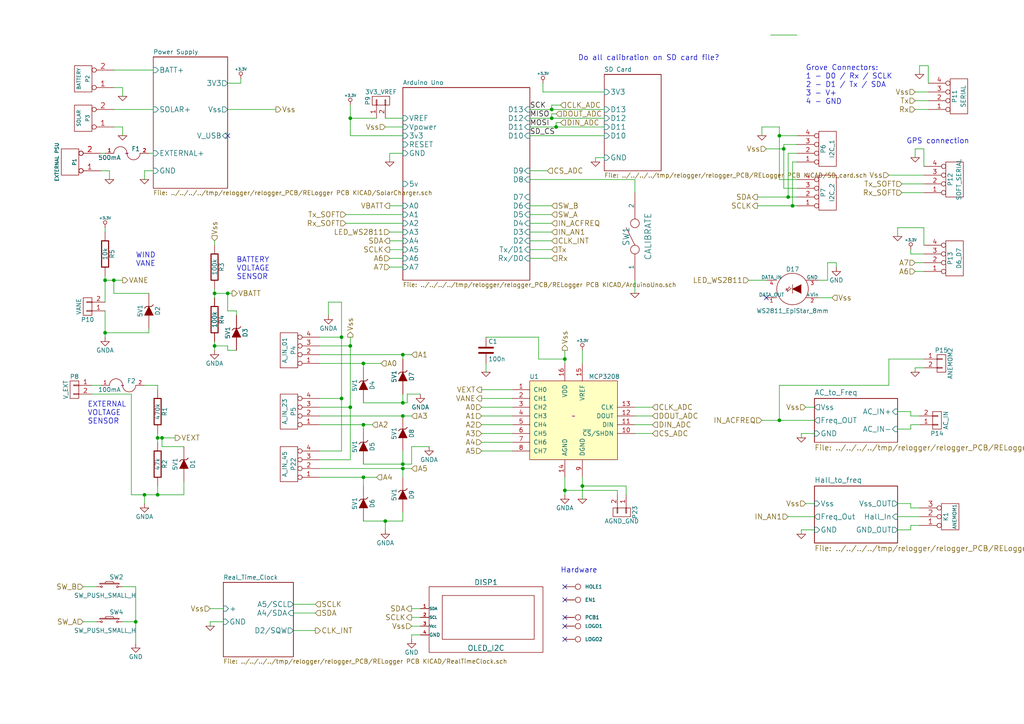
<source format=kicad_sch>
(kicad_sch (version 20230121) (generator eeschema)
  (paper "A4")
  (title_block (title "RE-Logger v1") (date "2016-08-14") (rev "3") (company "Renewable Energy Innovation") (comment 1 "by Matt Little"))
  (junction (at 99.06 115.57))
  (junction (at 226.06 39.37))
  (junction (at 39.37 180.34))
  (junction (at 45.72 143.51))
  (junction (at 45.72 127))
  (junction (at 228.6 57.15))
  (junction (at 116.84 135.89))
  (junction (at 160.02 31.75))
  (junction (at 226.06 121.92))
  (junction (at 41.91 143.51))
  (junction (at 111.76 151.13))
  (junction (at 229.87 59.69))
  (junction (at 46.99 127))
  (junction (at 160.02 34.29))
  (junction (at 30.48 96.52))
  (junction (at 163.83 142.24))
  (junction (at 33.02 81.28))
  (junction (at 227.33 43.18))
  (junction (at 161.29 36.83))
  (junction (at 101.6 118.11))
  (junction (at 105.41 105.41))
  (junction (at 163.83 104.14))
  (junction (at 66.04 85.09))
  (junction (at 105.41 138.43))
  (junction (at 101.6 34.29))
  (junction (at 116.84 102.87))
  (junction (at 105.41 123.19))
  (junction (at 116.84 120.65))
  (junction (at 99.06 97.79))
  (junction (at 30.48 81.28))
  (junction (at 116.84 134.62))
  (junction (at 168.91 140.97))
  (junction (at 62.23 85.09))
  (junction (at 116.84 116.84))
  (junction (at 101.6 100.33))
  (junction (at 62.23 100.33))
  (no_connect (at 163.83 170.18))
  (no_connect (at 163.83 173.99))
  (no_connect (at 163.83 179.07))
  (no_connect (at 222.25 86.36))
  (no_connect (at 163.83 185.42))
  (no_connect (at 163.83 181.61))
  (no_connect (at 66.04 39.37))
  (wire (pts (xy 172.72 45.72) (xy 172.72 46.99)))
  (wire (pts (xy 229.87 46.99) (xy 229.87 59.69)))
  (wire (pts (xy 226.06 121.92) (xy 236.22 121.92)))
  (wire (pts (xy 228.6 149.86) (xy 236.22 149.86)))
  (wire (pts (xy 168.91 138.43) (xy 168.91 140.97)))
  (wire (pts (xy 220.98 121.92) (xy 226.06 121.92)))
  (wire (pts (xy 153.67 36.83) (xy 161.29 36.83)))
  (wire (pts (xy 119.38 179.07) (xy 121.92 179.07)))
  (wire (pts (xy 160.02 59.69) (xy 153.67 59.69)))
  (wire (pts (xy 101.6 34.29) (xy 101.6 39.37)))
  (wire (pts (xy 92.71 102.87) (xy 116.84 102.87)))
  (wire (pts (xy 41.91 146.05) (xy 41.91 143.51)))
  (wire (pts (xy 66.04 85.09) (xy 62.23 85.09)))
  (wire (pts (xy 181.61 140.97) (xy 181.61 143.51)))
  (wire (pts (xy 116.84 104.14) (xy 116.84 102.87)))
  (wire (pts (xy 157.48 26.67) (xy 157.48 24.13)))
  (wire (pts (xy 43.18 96.52) (xy 43.18 95.25)))
  (wire (pts (xy 236.22 118.11) (xy 233.68 118.11)))
  (wire (pts (xy 226.06 52.07) (xy 231.14 52.07)))
  (wire (pts (xy 162.56 35.56) (xy 161.29 35.56)))
  (wire (pts (xy 45.72 111.76) (xy 45.72 113.03)))
  (wire (pts (xy 62.23 100.33) (xy 66.04 100.33)))
  (wire (pts (xy 29.21 49.53) (xy 31.75 49.53)))
  (wire (pts (xy 237.49 86.36) (xy 241.3 86.36)))
  (wire (pts (xy 265.43 26.67) (xy 269.24 26.67)))
  (wire (pts (xy 257.81 104.14) (xy 267.97 104.14)))
  (wire (pts (xy 30.48 96.52) (xy 43.18 96.52)))
  (wire (pts (xy 60.96 180.34) (xy 60.96 181.61)))
  (wire (pts (xy 261.62 55.88) (xy 267.97 55.88)))
  (wire (pts (xy 35.56 170.18) (xy 39.37 170.18)))
  (wire (pts (xy 265.43 76.2) (xy 267.97 76.2)))
  (wire (pts (xy 264.16 120.65) (xy 266.7 120.65)))
  (wire (pts (xy 175.26 45.72) (xy 172.72 45.72)))
  (wire (pts (xy 101.6 97.79) (xy 101.6 100.33)))
  (wire (pts (xy 161.29 33.02) (xy 160.02 33.02)))
  (wire (pts (xy 220.98 36.83) (xy 226.06 36.83)))
  (wire (pts (xy 38.1 114.3) (xy 38.1 143.51)))
  (wire (pts (xy 33.02 25.4) (xy 35.56 25.4)))
  (wire (pts (xy 116.84 134.62) (xy 119.38 134.62)))
  (wire (pts (xy 109.22 34.29) (xy 101.6 34.29)))
  (wire (pts (xy 39.37 170.18) (xy 39.37 180.34)))
  (wire (pts (xy 121.92 114.3) (xy 118.11 114.3)))
  (wire (pts (xy 232.41 125.73) (xy 232.41 127)))
  (wire (pts (xy 33.02 81.28) (xy 33.02 85.09)))
  (wire (pts (xy 121.92 184.15) (xy 119.38 184.15)))
  (wire (pts (xy 66.04 24.13) (xy 69.85 24.13)))
  (wire (pts (xy 140.97 105.41) (xy 140.97 107.95)))
  (wire (pts (xy 46.99 129.54) (xy 53.34 129.54)))
  (wire (pts (xy 124.46 129.54) (xy 119.38 129.54)))
  (wire (pts (xy 101.6 100.33) (xy 101.6 118.11)))
  (wire (pts (xy 160.02 64.77) (xy 153.67 64.77)))
  (wire (pts (xy 219.71 57.15) (xy 228.6 57.15)))
  (wire (pts (xy 92.71 100.33) (xy 101.6 100.33)))
  (wire (pts (xy 41.91 49.53) (xy 41.91 52.07)))
  (wire (pts (xy 113.03 77.47) (xy 116.84 77.47)))
  (wire (pts (xy 156.21 104.14) (xy 163.83 104.14)))
  (wire (pts (xy 240.03 76.2) (xy 242.57 76.2)))
  (wire (pts (xy 217.17 81.28) (xy 222.25 81.28)))
  (wire (pts (xy 264.16 73.66) (xy 267.97 73.66)))
  (wire (pts (xy 113.03 67.31) (xy 116.84 67.31)))
  (wire (pts (xy 92.71 138.43) (xy 105.41 138.43)))
  (wire (pts (xy 105.41 116.84) (xy 116.84 116.84)))
  (wire (pts (xy 33.02 20.32) (xy 44.45 20.32)))
  (wire (pts (xy 264.16 152.4) (xy 266.7 152.4)))
  (wire (pts (xy 139.7 113.03) (xy 148.59 113.03)))
  (wire (pts (xy 184.15 118.11) (xy 189.23 118.11)))
  (wire (pts (xy 105.41 105.41) (xy 110.49 105.41)))
  (wire (pts (xy 119.38 176.53) (xy 121.92 176.53)))
  (wire (pts (xy 265.43 106.68) (xy 265.43 107.95)))
  (wire (pts (xy 153.67 49.53) (xy 158.75 49.53)))
  (wire (pts (xy 160.02 30.48) (xy 160.02 31.75)))
  (wire (pts (xy 62.23 85.09) (xy 62.23 86.36)))
  (wire (pts (xy 266.7 149.86) (xy 260.35 149.86)))
  (wire (pts (xy 163.83 104.14) (xy 163.83 101.6)))
  (wire (pts (xy 153.67 72.39) (xy 160.02 72.39)))
  (wire (pts (xy 184.15 125.73) (xy 189.23 125.73)))
  (wire (pts (xy 24.13 170.18) (xy 27.94 170.18)))
  (wire (pts (xy 53.34 143.51) (xy 53.34 139.7)))
  (wire (pts (xy 44.45 49.53) (xy 41.91 49.53)))
  (wire (pts (xy 31.75 49.53) (xy 31.75 52.07)))
  (wire (pts (xy 139.7 118.11) (xy 148.59 118.11)))
  (wire (pts (xy 66.04 85.09) (xy 66.04 90.17)))
  (wire (pts (xy 265.43 31.75) (xy 269.24 31.75)))
  (wire (pts (xy 26.67 114.3) (xy 38.1 114.3)))
  (wire (pts (xy 116.84 116.84) (xy 116.84 114.3)))
  (wire (pts (xy 113.03 72.39) (xy 116.84 72.39)))
  (wire (pts (xy 35.56 81.28) (xy 33.02 81.28)))
  (wire (pts (xy 153.67 31.75) (xy 160.02 31.75)))
  (wire (pts (xy 229.87 59.69) (xy 231.14 59.69)))
  (wire (pts (xy 227.33 43.18) (xy 227.33 54.61)))
  (wire (pts (xy 139.7 120.65) (xy 148.59 120.65)))
  (wire (pts (xy 67.31 85.09) (xy 66.04 85.09)))
  (wire (pts (xy 45.72 125.73) (xy 45.72 127)))
  (wire (pts (xy 105.41 106.68) (xy 105.41 105.41)))
  (wire (pts (xy 105.41 123.19) (xy 107.95 123.19)))
  (wire (pts (xy 95.25 91.44) (xy 95.25 87.63)))
  (wire (pts (xy 101.6 118.11) (xy 101.6 133.35)))
  (wire (pts (xy 113.03 74.93) (xy 116.84 74.93)))
  (wire (pts (xy 266.7 19.05) (xy 269.24 19.05)))
  (wire (pts (xy 222.25 43.18) (xy 227.33 43.18)))
  (wire (pts (xy 30.48 66.04) (xy 30.48 67.31)))
  (wire (pts (xy 118.11 114.3) (xy 118.11 116.84)))
  (wire (pts (xy 105.41 124.46) (xy 105.41 123.19)))
  (wire (pts (xy 66.04 90.17) (xy 68.58 90.17)))
  (wire (pts (xy 92.71 115.57) (xy 99.06 115.57)))
  (wire (pts (xy 161.29 35.56) (xy 161.29 36.83)))
  (wire (pts (xy 240.03 81.28) (xy 240.03 76.2)))
  (wire (pts (xy 139.7 130.81) (xy 148.59 130.81)))
  (wire (pts (xy 113.03 59.69) (xy 116.84 59.69)))
  (wire (pts (xy 35.56 36.83) (xy 35.56 39.37)))
  (wire (pts (xy 139.7 115.57) (xy 148.59 115.57)))
  (wire (pts (xy 111.76 153.67) (xy 111.76 151.13)))
  (wire (pts (xy 265.43 45.72) (xy 265.43 43.18)))
  (wire (pts (xy 264.16 119.38) (xy 264.16 120.65)))
  (wire (pts (xy 264.16 146.05) (xy 264.16 147.32)))
  (wire (pts (xy 269.24 19.05) (xy 269.24 24.13)))
  (wire (pts (xy 168.91 140.97) (xy 181.61 140.97)))
  (wire (pts (xy 68.58 90.17) (xy 68.58 91.44)))
  (wire (pts (xy 228.6 44.45) (xy 228.6 57.15)))
  (wire (pts (xy 232.41 153.67) (xy 232.41 154.94)))
  (wire (pts (xy 231.14 39.37) (xy 226.06 39.37)))
  (wire (pts (xy 50.8 127) (xy 46.99 127)))
  (wire (pts (xy 43.18 44.45) (xy 44.45 44.45)))
  (wire (pts (xy 260.35 66.04) (xy 267.97 66.04)))
  (wire (pts (xy 267.97 43.18) (xy 267.97 48.26)))
  (wire (pts (xy 113.03 69.85) (xy 116.84 69.85)))
  (wire (pts (xy 223.52 10.16) (xy 231.14 10.16)))
  (wire (pts (xy 38.1 143.51) (xy 41.91 143.51)))
  (wire (pts (xy 226.06 111.76) (xy 257.81 111.76)))
  (wire (pts (xy 228.6 57.15) (xy 231.14 57.15)))
  (wire (pts (xy 257.81 111.76) (xy 257.81 104.14)))
  (wire (pts (xy 33.02 85.09) (xy 43.18 85.09)))
  (wire (pts (xy 161.29 36.83) (xy 175.26 36.83)))
  (wire (pts (xy 184.15 123.19) (xy 189.23 123.19)))
  (wire (pts (xy 156.21 97.79) (xy 156.21 104.14)))
  (wire (pts (xy 99.06 130.81) (xy 92.71 130.81)))
  (wire (pts (xy 30.48 90.17) (xy 30.48 96.52)))
  (wire (pts (xy 35.56 25.4) (xy 35.56 27.94)))
  (wire (pts (xy 236.22 153.67) (xy 232.41 153.67)))
  (wire (pts (xy 157.48 26.67) (xy 175.26 26.67)))
  (wire (pts (xy 24.13 180.34) (xy 27.94 180.34)))
  (wire (pts (xy 30.48 80.01) (xy 30.48 81.28)))
  (wire (pts (xy 153.67 34.29) (xy 160.02 34.29)))
  (wire (pts (xy 226.06 39.37) (xy 226.06 52.07)))
  (wire (pts (xy 267.97 106.68) (xy 265.43 106.68)))
  (wire (pts (xy 265.43 78.74) (xy 267.97 78.74)))
  (wire (pts (xy 267.97 66.04) (xy 267.97 71.12)))
  (wire (pts (xy 227.33 41.91) (xy 227.33 43.18)))
  (wire (pts (xy 113.03 44.45) (xy 113.03 46.99)))
  (wire (pts (xy 168.91 105.41) (xy 168.91 101.6)))
  (wire (pts (xy 116.84 151.13) (xy 116.84 148.59)))
  (wire (pts (xy 41.91 143.51) (xy 45.72 143.51)))
  (wire (pts (xy 91.44 177.8) (xy 85.09 177.8)))
  (wire (pts (xy 233.68 146.05) (xy 236.22 146.05)))
  (wire (pts (xy 219.71 59.69) (xy 229.87 59.69)))
  (wire (pts (xy 92.71 118.11) (xy 101.6 118.11)))
  (wire (pts (xy 116.84 116.84) (xy 118.11 116.84)))
  (wire (pts (xy 101.6 30.48) (xy 101.6 34.29)))
  (wire (pts (xy 66.04 101.6) (xy 68.58 101.6)))
  (wire (pts (xy 153.67 74.93) (xy 160.02 74.93)))
  (wire (pts (xy 153.67 67.31) (xy 160.02 67.31)))
  (wire (pts (xy 264.16 72.39) (xy 264.16 73.66)))
  (wire (pts (xy 33.02 31.75) (xy 44.45 31.75)))
  (wire (pts (xy 265.43 43.18) (xy 267.97 43.18)))
  (wire (pts (xy 179.07 142.24) (xy 163.83 142.24)))
  (wire (pts (xy 260.35 146.05) (xy 264.16 146.05)))
  (wire (pts (xy 231.14 44.45) (xy 228.6 44.45)))
  (wire (pts (xy 266.7 21.59) (xy 266.7 19.05)))
  (wire (pts (xy 264.16 147.32) (xy 266.7 147.32)))
  (wire (pts (xy 26.67 111.76) (xy 29.21 111.76)))
  (wire (pts (xy 66.04 100.33) (xy 66.04 101.6)))
  (wire (pts (xy 179.07 143.51) (xy 179.07 142.24)))
  (wire (pts (xy 45.72 127) (xy 45.72 128.27)))
  (wire (pts (xy 220.98 39.37) (xy 220.98 36.83)))
  (wire (pts (xy 33.02 36.83) (xy 35.56 36.83)))
  (wire (pts (xy 237.49 81.28) (xy 240.03 81.28)))
  (wire (pts (xy 160.02 31.75) (xy 175.26 31.75)))
  (wire (pts (xy 85.09 175.26) (xy 91.44 175.26)))
  (wire (pts (xy 30.48 96.52) (xy 30.48 97.79)))
  (wire (pts (xy 64.77 176.53) (xy 60.96 176.53)))
  (wire (pts (xy 264.16 123.19) (xy 264.16 124.46)))
  (wire (pts (xy 92.71 123.19) (xy 105.41 123.19)))
  (wire (pts (xy 105.41 151.13) (xy 111.76 151.13)))
  (wire (pts (xy 99.06 97.79) (xy 99.06 115.57)))
  (wire (pts (xy 100.33 62.23) (xy 116.84 62.23)))
  (wire (pts (xy 162.56 30.48) (xy 160.02 30.48)))
  (wire (pts (xy 39.37 180.34) (xy 39.37 186.69)))
  (wire (pts (xy 160.02 34.29) (xy 175.26 34.29)))
  (wire (pts (xy 92.71 105.41) (xy 105.41 105.41)))
  (wire (pts (xy 101.6 133.35) (xy 92.71 133.35)))
  (wire (pts (xy 140.97 97.79) (xy 156.21 97.79)))
  (wire (pts (xy 92.71 135.89) (xy 116.84 135.89)))
  (wire (pts (xy 261.62 53.34) (xy 267.97 53.34)))
  (wire (pts (xy 100.33 64.77) (xy 116.84 64.77)))
  (wire (pts (xy 116.84 44.45) (xy 113.03 44.45)))
  (wire (pts (xy 231.14 41.91) (xy 227.33 41.91)))
  (wire (pts (xy 66.04 31.75) (xy 80.01 31.75)))
  (wire (pts (xy 153.67 39.37) (xy 175.26 39.37)))
  (wire (pts (xy 139.7 123.19) (xy 148.59 123.19)))
  (wire (pts (xy 260.35 68.58) (xy 260.35 66.04)))
  (wire (pts (xy 45.72 143.51) (xy 53.34 143.51)))
  (wire (pts (xy 260.35 119.38) (xy 264.16 119.38)))
  (wire (pts (xy 236.22 125.73) (xy 232.41 125.73)))
  (wire (pts (xy 153.67 52.07) (xy 184.15 52.07)))
  (wire (pts (xy 116.84 138.43) (xy 116.84 135.89)))
  (wire (pts (xy 153.67 62.23) (xy 160.02 62.23)))
  (wire (pts (xy 116.84 134.62) (xy 116.84 130.81)))
  (wire (pts (xy 99.06 87.63) (xy 99.06 97.79)))
  (wire (pts (xy 99.06 115.57) (xy 99.06 130.81)))
  (wire (pts (xy 163.83 142.24) (xy 163.83 143.51)))
  (wire (pts (xy 105.41 140.97) (xy 105.41 138.43)))
  (wire (pts (xy 119.38 181.61) (xy 121.92 181.61)))
  (wire (pts (xy 92.71 97.79) (xy 99.06 97.79)))
  (wire (pts (xy 139.7 125.73) (xy 148.59 125.73)))
  (wire (pts (xy 163.83 138.43) (xy 163.83 142.24)))
  (wire (pts (xy 184.15 85.09) (xy 184.15 81.28)))
  (wire (pts (xy 226.06 36.83) (xy 226.06 39.37)))
  (wire (pts (xy 184.15 52.07) (xy 184.15 55.88)))
  (wire (pts (xy 85.09 182.88) (xy 91.44 182.88)))
  (wire (pts (xy 242.57 76.2) (xy 242.57 77.47)))
  (wire (pts (xy 62.23 100.33) (xy 62.23 99.06)))
  (wire (pts (xy 116.84 120.65) (xy 119.38 120.65)))
  (wire (pts (xy 139.7 128.27) (xy 148.59 128.27)))
  (wire (pts (xy 62.23 69.85) (xy 62.23 71.12)))
  (wire (pts (xy 29.21 44.45) (xy 30.48 44.45)))
  (wire (pts (xy 231.14 46.99) (xy 229.87 46.99)))
  (wire (pts (xy 265.43 29.21) (xy 269.24 29.21)))
  (wire (pts (xy 264.16 153.67) (xy 264.16 152.4)))
  (wire (pts (xy 95.25 87.63) (xy 99.06 87.63)))
  (wire (pts (xy 119.38 129.54) (xy 119.38 134.62)))
  (wire (pts (xy 111.76 151.13) (xy 116.84 151.13)))
  (wire (pts (xy 45.72 143.51) (xy 45.72 140.97)))
  (wire (pts (xy 226.06 121.92) (xy 226.06 111.76)))
  (wire (pts (xy 30.48 81.28) (xy 30.48 87.63)))
  (wire (pts (xy 105.41 134.62) (xy 116.84 134.62)))
  (wire (pts (xy 105.41 138.43) (xy 109.22 138.43)))
  (wire (pts (xy 33.02 81.28) (xy 30.48 81.28)))
  (wire (pts (xy 46.99 127) (xy 45.72 127)))
  (wire (pts (xy 46.99 127) (xy 46.99 129.54)))
  (wire (pts (xy 35.56 180.34) (xy 39.37 180.34)))
  (wire (pts (xy 160.02 33.02) (xy 160.02 34.29)))
  (wire (pts (xy 227.33 54.61) (xy 231.14 54.61)))
  (wire (pts (xy 41.91 111.76) (xy 45.72 111.76)))
  (wire (pts (xy 111.76 34.29) (xy 116.84 34.29)))
  (wire (pts (xy 101.6 39.37) (xy 116.84 39.37)))
  (wire (pts (xy 163.83 105.41) (xy 163.83 104.14)))
  (wire (pts (xy 119.38 184.15) (xy 119.38 185.42)))
  (wire (pts (xy 257.81 50.8) (xy 267.97 50.8)))
  (wire (pts (xy 64.77 180.34) (xy 60.96 180.34)))
  (wire (pts (xy 92.71 120.65) (xy 116.84 120.65)))
  (wire (pts (xy 62.23 101.6) (xy 62.23 100.33)))
  (wire (pts (xy 260.35 153.67) (xy 264.16 153.67)))
  (wire (pts (xy 153.67 69.85) (xy 160.02 69.85)))
  (wire (pts (xy 69.85 24.13) (xy 69.85 22.86)))
  (wire (pts (xy 184.15 120.65) (xy 189.23 120.65)))
  (wire (pts (xy 168.91 140.97) (xy 168.91 144.78)))
  (wire (pts (xy 116.84 102.87) (xy 119.38 102.87)))
  (wire (pts (xy 264.16 123.19) (xy 266.7 123.19)))
  (wire (pts (xy 264.16 124.46) (xy 260.35 124.46)))
  (wire (pts (xy 111.76 36.83) (xy 116.84 36.83)))
  (wire (pts (xy 116.84 135.89) (xy 119.38 135.89)))
  (wire (pts (xy 62.23 83.82) (xy 62.23 85.09)))
  (text "Grove Connectors:\n1 - D0 / Rx / SCLK \n2 - D1 / Tx / SDA \n3 - V+\n4 - GND" (at 233.68 30.48 0) (effects (font (size 1.524 1.524)) (justify left bottom)))
  (text "Hardware" (at 162.56 166.37 0) (effects (font (size 1.524 1.524)) (justify left bottom)))
  (text "BATTERY\nVOLTAGE\nSENSOR" (at 68.58 81.28 0) (effects (font (size 1.524 1.524)) (justify left bottom)))
  (text "WIND\nVANE" (at 39.37 77.47 0) (effects (font (size 1.524 1.524)) (justify left bottom)))
  (text "EXTERNAL\nVOLTAGE\nSENSOR" (at 25.4 123.19 0) (effects (font (size 1.524 1.524)) (justify left bottom)))
  (text "Do all calibration on SD card file?" (at 167.64 17.78 0) (effects (font (size 1.524 1.524)) (justify left bottom)))
  (text "GPS connection" (at 262.89 41.91 0) (effects (font (size 1.524 1.524)) (justify left bottom)))
  (label "MOSI" (at 153.67 36.83 0) (effects (font (size 1.524 1.524))))
  (label "MISO" (at 153.67 34.29 0) (effects (font (size 1.524 1.524))))
  (label "SD_CS" (at 153.67 39.37 0) (effects (font (size 1.524 1.524))))
  (label "SCK" (at 153.67 31.75 0) (effects (font (size 1.524 1.524))))
  (hierarchical_label "VBATT" (shape output) (at 113.03 59.69 180) (effects (font (size 1.524 1.524))))
  (hierarchical_label "A1" (shape input) (at 139.7 120.65 180) (effects (font (size 1.524 1.524))))
  (hierarchical_label "VANE" (shape output) (at 35.56 81.28 0) (effects (font (size 1.524 1.524))))
  (hierarchical_label "VEXT" (shape output) (at 139.7 113.03 180) (effects (font (size 1.524 1.524))))
  (hierarchical_label "Rx" (shape input) (at 265.43 31.75 180) (effects (font (size 1.524 1.524))))
  (hierarchical_label "Vss" (shape output) (at 80.01 31.75 0) (effects (font (size 1.524 1.524))))
  (hierarchical_label "SW_B" (shape input) (at 160.02 59.69 0) (effects (font (size 1.524 1.524))))
  (hierarchical_label "SDA" (shape output) (at 119.38 176.53 180) (effects (font (size 1.524 1.524))))
  (hierarchical_label "Vss" (shape input) (at 233.68 146.05 180) (effects (font (size 1.524 1.524))))
  (hierarchical_label "DOUT_ADC" (shape input) (at 161.29 33.02 0) (effects (font (size 1.524 1.524))))
  (hierarchical_label "Rx_SOFT" (shape input) (at 261.62 55.88 180) (effects (font (size 1.524 1.524))))
  (hierarchical_label "IN_ACFREQ" (shape input) (at 220.98 121.92 180) (effects (font (size 1.524 1.524))))
  (hierarchical_label "IN_AN1" (shape input) (at 228.6 149.86 180) (effects (font (size 1.524 1.524))))
  (hierarchical_label "SDA" (shape input) (at 91.44 177.8 0) (effects (font (size 1.524 1.524))))
  (hierarchical_label "IN_AN1" (shape input) (at 160.02 67.31 0) (effects (font (size 1.524 1.524))))
  (hierarchical_label "SCLK" (shape output) (at 219.71 59.69 180) (effects (font (size 1.524 1.524))))
  (hierarchical_label "CS_ADC" (shape input) (at 189.23 125.73 0) (effects (font (size 1.524 1.524))))
  (hierarchical_label "Vss" (shape output) (at 101.6 97.79 90) (effects (font (size 1.524 1.524))))
  (hierarchical_label "SCLK" (shape input) (at 91.44 175.26 0) (effects (font (size 1.524 1.524))))
  (hierarchical_label "A0" (shape input) (at 139.7 118.11 180) (effects (font (size 1.524 1.524))))
  (hierarchical_label "A3" (shape input) (at 119.38 120.65 0) (effects (font (size 1.524 1.524))))
  (hierarchical_label "DIN_ADC" (shape input) (at 189.23 123.19 0) (effects (font (size 1.524 1.524))))
  (hierarchical_label "Vss" (shape input) (at 257.81 50.8 180) (effects (font (size 1.524 1.524))))
  (hierarchical_label "VEXT" (shape output) (at 50.8 127 0) (effects (font (size 1.524 1.524))))
  (hierarchical_label "Vss" (shape input) (at 111.76 36.83 180) (effects (font (size 1.524 1.524))))
  (hierarchical_label "A2" (shape input) (at 107.95 123.19 0) (effects (font (size 1.524 1.524))))
  (hierarchical_label "LED_WS2811" (shape input) (at 217.17 81.28 180) (effects (font (size 1.524 1.524))))
  (hierarchical_label "SW_B" (shape input) (at 24.13 170.18 180) (effects (font (size 1.524 1.524))))
  (hierarchical_label "A7" (shape input) (at 265.43 76.2 180) (effects (font (size 1.524 1.524))))
  (hierarchical_label "Vss" (shape input) (at 119.38 181.61 180) (effects (font (size 1.524 1.524))))
  (hierarchical_label "Tx" (shape input) (at 160.02 72.39 0) (effects (font (size 1.524 1.524))))
  (hierarchical_label "IN_ACFREQ" (shape input) (at 160.02 64.77 0) (effects (font (size 1.524 1.524))))
  (hierarchical_label "A2" (shape input) (at 139.7 123.19 180) (effects (font (size 1.524 1.524))))
  (hierarchical_label "Vss" (shape input) (at 60.96 176.53 180) (effects (font (size 1.524 1.524))))
  (hierarchical_label "Vss" (shape input) (at 233.68 118.11 180) (effects (font (size 1.524 1.524))))
  (hierarchical_label "SCLK" (shape output) (at 119.38 179.07 180) (effects (font (size 1.524 1.524))))
  (hierarchical_label "Vss" (shape input) (at 265.43 26.67 180) (effects (font (size 1.524 1.524))))
  (hierarchical_label "A4" (shape input) (at 109.22 138.43 0) (effects (font (size 1.524 1.524))))
  (hierarchical_label "Rx" (shape input) (at 160.02 74.93 0) (effects (font (size 1.524 1.524))))
  (hierarchical_label "Vss" (shape input) (at 222.25 43.18 180) (effects (font (size 1.524 1.524))))
  (hierarchical_label "Tx_SOFT" (shape input) (at 100.33 62.23 180) (effects (font (size 1.524 1.524))))
  (hierarchical_label "SDA" (shape output) (at 219.71 57.15 180) (effects (font (size 1.524 1.524))))
  (hierarchical_label "VANE" (shape output) (at 139.7 115.57 180) (effects (font (size 1.524 1.524))))
  (hierarchical_label "Rx_SOFT" (shape input) (at 100.33 64.77 180) (effects (font (size 1.524 1.524))))
  (hierarchical_label "DOUT_ADC" (shape input) (at 189.23 120.65 0) (effects (font (size 1.524 1.524))))
  (hierarchical_label "SW_A" (shape input) (at 160.02 62.23 0) (effects (font (size 1.524 1.524))))
  (hierarchical_label "A6" (shape input) (at 113.03 74.93 180) (effects (font (size 1.524 1.524))))
  (hierarchical_label "CLK_ADC" (shape input) (at 162.56 30.48 0) (effects (font (size 1.524 1.524))))
  (hierarchical_label "DIN_ADC" (shape input) (at 162.56 35.56 0) (effects (font (size 1.524 1.524))))
  (hierarchical_label "SW_A" (shape input) (at 24.13 180.34 180) (effects (font (size 1.524 1.524))))
  (hierarchical_label "A4" (shape input) (at 139.7 128.27 180) (effects (font (size 1.524 1.524))))
  (hierarchical_label "A7" (shape input) (at 113.03 77.47 180) (effects (font (size 1.524 1.524))))
  (hierarchical_label "CS_ADC" (shape input) (at 158.75 49.53 0) (effects (font (size 1.524 1.524))))
  (hierarchical_label "CLK_INT" (shape output) (at 91.44 182.88 0) (effects (font (size 1.524 1.524))))
  (hierarchical_label "Vss" (shape input) (at 241.3 86.36 0) (effects (font (size 1.524 1.524))))
  (hierarchical_label "A1" (shape input) (at 119.38 102.87 0) (effects (font (size 1.524 1.524))))
  (hierarchical_label "A3" (shape input) (at 139.7 125.73 180) (effects (font (size 1.524 1.524))))
  (hierarchical_label "SDA" (shape output) (at 113.03 69.85 180) (effects (font (size 1.524 1.524))))
  (hierarchical_label "A5" (shape input) (at 119.38 135.89 0) (effects (font (size 1.524 1.524))))
  (hierarchical_label "A6" (shape input) (at 265.43 78.74 180) (effects (font (size 1.524 1.524))))
  (hierarchical_label "CLK_ADC" (shape input) (at 189.23 118.11 0) (effects (font (size 1.524 1.524))))
  (hierarchical_label "CLK_INT" (shape input) (at 160.02 69.85 0) (effects (font (size 1.524 1.524))))
  (hierarchical_label "Vss" (shape input) (at 62.23 69.85 90) (effects (font (size 1.524 1.524))))
  (hierarchical_label "Tx_SOFT" (shape input) (at 261.62 53.34 180) (effects (font (size 1.524 1.524))))
  (hierarchical_label "SCLK" (shape output) (at 113.03 72.39 180) (effects (font (size 1.524 1.524))))
  (hierarchical_label "LED_WS2811" (shape input) (at 113.03 67.31 180) (effects (font (size 1.524 1.524))))
  (hierarchical_label "VBATT" (shape output) (at 67.31 85.09 0) (effects (font (size 1.524 1.524))))
  (hierarchical_label "Tx" (shape input) (at 265.43 29.21 180) (effects (font (size 1.524 1.524))))
  (hierarchical_label "A5" (shape input) (at 139.7 130.81 180) (effects (font (size 1.524 1.524))))
  (hierarchical_label "Vss" (shape output) (at 163.83 101.6 90) (effects (font (size 1.524 1.524))))
  (hierarchical_label "A0" (shape input) (at 110.49 105.41 0) (effects (font (size 1.524 1.524))))
  (symbol (lib_id "RELogger_PCB_v1-rescue:CONN_1") (at 167.64 170.18 0) (unit 1)
    (property "Reference" "HOLE1" (at 169.672 170.18 0) (effects (font (size 1.016 1.016)) (justify left)))
    (property "Value" "CONN_1" (effects hide))
    (property "Footprint" "REInnovationFootprint:3mm_hole_relogger" (effects hide))
  )
  (symbol (lib_id "RELogger_PCB_v1-rescue:R-RESCUE-RELogger_PCB_v1") (at 45.72 119.38 0) (unit 1)
    (property "Reference" "R1" (at 47.752 119.38 90))
    (property "Value" "470k" (at 45.72 119.38 90))
    (property "Footprint" "REInnovationFootprint:TH_Resistor_1" (effects hide))
  )
  (symbol (lib_id "RELogger_PCB_v1-rescue:R-RESCUE-RELogger_PCB_v1") (at 45.72 134.62 0) (unit 1)
    (property "Reference" "R2" (at 47.752 134.62 90))
    (property "Value" "47k" (at 45.72 134.62 90))
    (property "Footprint" "REInnovationFootprint:TH_Resistor_1" (effects hide))
  )
  (symbol (lib_id "RELogger_PCB_v1-rescue:SPST") (at 184.15 68.58 90) (unit 1)
    (property "Reference" "SW1" (at 181.61 68.58 0) (effects (font (size 1.778 1.778))))
    (property "Value" "CALIBRATE" (at 187.96 68.58 0) (effects (font (size 1.778 1.778))))
    (property "Footprint" "REInnovationFootprint:SIL-2_large_hole" (effects hide))
  )
  (symbol (lib_id "RELogger_PCB_v1-rescue:GND-RESCUE-RELogger_PCB_v1") (at 184.15 85.09 0) (unit 1)
    (property "Reference" "#PWR01" (effects hide))
    (property "Value" "GND" (effects hide))
  )
  (symbol (lib_id "RELogger_PCB_v1-rescue:CONN_2-RESCUE-WindLoggerv3_PCB") (at 24.13 34.29 180) (unit 1)
    (property "Reference" "P3" (at 25.4 34.29 90) (effects (font (size 1.016 1.016))))
    (property "Value" "SOLAR" (at 22.86 34.29 90) (effects (font (size 1.016 1.016))))
    (property "Footprint" "REInnovationFootprint:SIL_2_screw_+_JST_2mm" (effects hide))
  )
  (symbol (lib_id "RELogger_PCB_v1-rescue:CONN_2-RESCUE-WindLoggerv3_PCB") (at 24.13 22.86 180) (unit 1)
    (property "Reference" "P2" (at 25.4 22.86 90) (effects (font (size 1.016 1.016))))
    (property "Value" "BATTERY" (at 22.86 22.86 90) (effects (font (size 1.016 1.016))))
    (property "Footprint" "REInnovationFootprint:SIL_2_screw_+_JST_2mm" (effects hide))
  )
  (symbol (lib_id "RELogger_PCB_v1-rescue:GND-RESCUE-RELogger_PCB_v1") (at 35.56 39.37 0) (unit 1)
    (property "Reference" "#PWR02" (effects hide))
    (property "Value" "GND" (effects hide))
  )
  (symbol (lib_id "RELogger_PCB_v1-rescue:+3.3V-RESCUE-RELogger_PCB_v1") (at 69.85 22.86 0) (unit 1)
    (property "Reference" "#PWR03" (effects hide))
    (property "Value" "+3.3V" (at 69.85 20.066 0) (effects (font (size 0.762 0.762))))
  )
  (symbol (lib_id "RELogger_PCB_v1-rescue:+3.3V-RESCUE-RELogger_PCB_v1") (at 157.48 24.13 0) (unit 1)
    (property "Reference" "#PWR04" (effects hide))
    (property "Value" "+3.3V" (at 157.48 21.336 0) (effects (font (size 0.762 0.762))))
  )
  (symbol (lib_id "RELogger_PCB_v1-rescue:GND-RESCUE-RELogger_PCB_v1") (at 60.96 181.61 0) (unit 1)
    (property "Reference" "#PWR05" (effects hide))
    (property "Value" "GND" (effects hide))
  )
  (symbol (lib_id "RELogger_PCB_v1-rescue:CONN_4") (at 83.82 101.6 180) (unit 1)
    (property "Reference" "P4" (at 85.09 101.6 90))
    (property "Value" "A_IN_01" (at 82.55 101.6 90))
    (property "Footprint" "matts_components:SIL-4_Grove_SIL" (effects hide))
  )
  (symbol (lib_id "RELogger_PCB_v1-rescue:CONN_4") (at 83.82 119.38 180) (unit 1)
    (property "Reference" "P5" (at 85.09 119.38 90))
    (property "Value" "A_IN_23" (at 82.55 119.38 90))
    (property "Footprint" "matts_components:SIL-4_Grove_SIL" (effects hide))
  )
  (symbol (lib_id "RELogger_PCB_v1-rescue:CONN_1") (at 167.64 179.07 0) (unit 1)
    (property "Reference" "PCB1" (at 169.672 179.07 0) (effects (font (size 1.016 1.016)) (justify left)))
    (property "Value" "CONN_1" (effects hide))
  )
  (symbol (lib_id "RELogger_PCB_v1-rescue:CONN_1") (at 167.64 181.61 0) (unit 1)
    (property "Reference" "LOGO1" (at 169.672 181.61 0) (effects (font (size 1.016 1.016)) (justify left)))
    (property "Value" "CONN_1" (effects hide))
    (property "Footprint" "CuriousElectric3:CEC_Globe_10mm_FCU" (effects hide))
  )
  (symbol (lib_id "RELogger_PCB_v1-rescue:GND-RESCUE-RELogger_PCB_v1") (at 35.56 27.94 0) (unit 1)
    (property "Reference" "#PWR06" (effects hide))
    (property "Value" "GND" (effects hide))
  )
  (symbol (lib_id "RELogger_PCB_v1-rescue:GND-RESCUE-RELogger_PCB_v1") (at 41.91 52.07 0) (unit 1)
    (property "Reference" "#PWR07" (effects hide))
    (property "Value" "GND" (effects hide))
  )
  (symbol (lib_id "RELogger_PCB_v1-rescue:CONN_2-RESCUE-WindLoggerv3_PCB") (at 20.32 46.99 180) (unit 1)
    (property "Reference" "P1" (at 21.59 46.99 90) (effects (font (size 1.016 1.016))))
    (property "Value" "EXTERNAL PSU" (at 16.51 46.99 90) (effects (font (size 1.016 1.016))))
    (property "Footprint" "REInnovationFootprint:SIL-2_screw_terminal" (effects hide))
  )
  (symbol (lib_id "RELogger_PCB_v1-rescue:GND-RESCUE-RELogger_PCB_v1") (at 31.75 52.07 0) (unit 1)
    (property "Reference" "#PWR08" (effects hide))
    (property "Value" "GND" (effects hide))
  )
  (symbol (lib_id "RELogger_PCB_v1-rescue:+3.3V-RESCUE-RELogger_PCB_v1") (at 101.6 30.48 0) (unit 1)
    (property "Reference" "#PWR09" (effects hide))
    (property "Value" "+3.3V" (at 101.6 27.686 0) (effects (font (size 0.762 0.762))))
  )
  (symbol (lib_id "RELogger_PCB_v1-rescue:GND-RESCUE-RELogger_PCB_v1") (at 113.03 46.99 0) (unit 1)
    (property "Reference" "#PWR010" (effects hide))
    (property "Value" "GND" (effects hide))
  )
  (symbol (lib_id "RELogger_PCB_v1-rescue:CONN_4") (at 240.03 43.18 0) (mirror x) (unit 1)
    (property "Reference" "P6" (at 238.76 43.18 90))
    (property "Value" "I2C_1" (at 241.3 43.18 90))
    (property "Footprint" "matts_components:SIL-4_Grove_SIL" (effects hide))
  )
  (symbol (lib_id "RELogger_PCB_v1-rescue:CONN_4") (at 240.03 55.88 0) (mirror x) (unit 1)
    (property "Reference" "P7" (at 238.76 55.88 90))
    (property "Value" "I2C_2" (at 241.3 55.88 90))
    (property "Footprint" "matts_components:SIL-4_Grove_SIL" (effects hide))
  )
  (symbol (lib_id "RELogger_PCB_v1-rescue:CONN_01X02") (at 21.59 113.03 0) (mirror y) (unit 1)
    (property "Reference" "P8" (at 21.59 109.22 0))
    (property "Value" "V_EXT" (at 19.05 113.03 90))
    (property "Footprint" "REInnovationFootprint:SIL-2_screw_terminal" (effects hide))
  )
  (symbol (lib_id "RELogger_PCB_v1-rescue:ZENER-RESCUE-RELogger_PCB_v1") (at 53.34 134.62 270) (unit 1)
    (property "Reference" "D1" (at 55.88 134.62 0))
    (property "Value" "5V1" (at 50.8 134.62 0))
    (property "Footprint" "REInnovationFootprint:TH_Diode_1" (effects hide))
  )
  (symbol (lib_id "RELogger_PCB_v1-rescue:ZENER-RESCUE-RELogger_PCB_v1") (at 43.18 90.17 270) (unit 1)
    (property "Reference" "D2" (at 45.72 90.17 0))
    (property "Value" "5V1" (at 40.64 90.17 0))
    (property "Footprint" "REInnovationFootprint:TH_Diode_1" (effects hide))
  )
  (symbol (lib_id "RELogger_PCB_v1-rescue:ZENER-RESCUE-RELogger_PCB_v1") (at 68.58 96.52 270) (unit 1)
    (property "Reference" "D3" (at 71.12 96.52 0))
    (property "Value" "5V1" (at 66.04 96.52 0))
    (property "Footprint" "REInnovationFootprint:TH_Diode_1" (effects hide))
  )
  (symbol (lib_id "RELogger_PCB_v1-rescue:ZENER-RESCUE-RELogger_PCB_v1") (at 105.41 111.76 270) (unit 1)
    (property "Reference" "D4" (at 107.95 111.76 0))
    (property "Value" "5V1" (at 102.87 111.76 0))
    (property "Footprint" "REInnovationFootprint:TH_Diode_1" (effects hide))
  )
  (symbol (lib_id "RELogger_PCB_v1-rescue:CONN_4") (at 278.13 27.94 0) (mirror x) (unit 1)
    (property "Reference" "P11" (at 276.86 27.94 90))
    (property "Value" "SERIAL" (at 279.4 27.94 90))
    (property "Footprint" "matts_components:SIL-4_Grove_SIL" (effects hide))
  )
  (symbol (lib_id "RELogger_PCB_v1-rescue:CONN_01X02") (at 271.78 121.92 0) (mirror x) (unit 1)
    (property "Reference" "P14" (at 271.78 125.73 0))
    (property "Value" "AC_IN" (at 274.32 121.92 90))
    (property "Footprint" "REInnovationFootprint:SIL-2_screw_terminal" (effects hide))
  )
  (symbol (lib_id "RELogger_PCB_v1-rescue:CONN_3") (at 275.59 149.86 0) (mirror x) (unit 1)
    (property "Reference" "K1" (at 274.32 149.86 90))
    (property "Value" "ANEMOM1" (at 276.86 149.86 90) (effects (font (size 1.016 1.016))))
    (property "Footprint" "REInnovationFootprint:SIL-3_screw_terminal" (effects hide))
  )
  (symbol (lib_id "RELogger_PCB_v1-rescue:GND-RESCUE-RELogger_PCB_v1") (at 266.7 21.59 0) (unit 1)
    (property "Reference" "#PWR011" (effects hide))
    (property "Value" "GND" (effects hide))
  )
  (symbol (lib_id "RELogger_PCB_v1-rescue:FUSE") (at 35.56 111.76 0) (unit 1)
    (property "Reference" "F2" (at 38.1 110.49 0))
    (property "Value" "100mA" (at 31.75 113.03 0))
    (property "Footprint" "REInnovationFootprint:TH_MC36188_FUSE" (effects hide))
    (property "Notes" "~" (at 35.56 111.76 0) (effects (font (size 1.524 1.524))))
    (property "Description" "Resettable fuse. 0.1A" (effects hide))
    (property "Supplier 1" "RS" (effects hide))
    (property "Supplier 1 Part No" "869-7416" (effects hide))
    (property "Supplier 1 Cost" "0.363" (effects hide))
  )
  (symbol (lib_id "RELogger_PCB_v1-rescue:R-RESCUE-RELogger_PCB_v1") (at 62.23 77.47 0) (unit 1)
    (property "Reference" "R3" (at 64.262 77.47 90))
    (property "Value" "100k" (at 62.23 77.47 90))
    (property "Footprint" "REInnovationFootprint:TH_Resistor_1" (effects hide))
  )
  (symbol (lib_id "RELogger_PCB_v1-rescue:R-RESCUE-RELogger_PCB_v1") (at 62.23 92.71 0) (unit 1)
    (property "Reference" "R4" (at 64.262 92.71 90))
    (property "Value" "100k" (at 62.23 92.71 90))
    (property "Footprint" "REInnovationFootprint:TH_Resistor_1" (effects hide))
  )
  (symbol (lib_id "RELogger_PCB_v1-rescue:GND-RESCUE-RELogger_PCB_v1") (at 232.41 154.94 0) (unit 1)
    (property "Reference" "#PWR012" (effects hide))
    (property "Value" "GND" (effects hide))
  )
  (symbol (lib_id "RELogger_PCB_v1-rescue:GND-RESCUE-RELogger_PCB_v1") (at 232.41 127 0) (unit 1)
    (property "Reference" "#PWR013" (effects hide))
    (property "Value" "GND" (effects hide))
  )
  (symbol (lib_id "RELogger_PCB_v1-rescue:CONN_01X02") (at 273.05 105.41 0) (unit 1)
    (property "Reference" "P15" (at 273.05 101.6 0))
    (property "Value" "ANEMOM2" (at 275.59 105.41 90))
    (property "Footprint" "REInnovationFootprint:SIL-2_screw_terminal" (effects hide))
  )
  (symbol (lib_id "RELogger_PCB_v1-rescue:CONN_4") (at 276.86 52.07 0) (mirror x) (unit 1)
    (property "Reference" "P12" (at 275.59 52.07 90))
    (property "Value" "SOFT_SERIAL" (at 278.13 52.07 90))
    (property "Footprint" "matts_components:SIL-4_Grove_SIL" (effects hide))
  )
  (symbol (lib_id "RELogger_PCB_v1-rescue:GND-RESCUE-RELogger_PCB_v1") (at 265.43 45.72 0) (unit 1)
    (property "Reference" "#PWR014" (effects hide))
    (property "Value" "GND" (effects hide))
  )
  (symbol (lib_id "RELogger_PCB_v1-rescue:FUSE") (at 36.83 44.45 0) (unit 1)
    (property "Reference" "F1" (at 39.37 43.18 0))
    (property "Value" "500mA" (at 31.75 45.72 0))
    (property "Footprint" "REInnovationFootprint:TH_MC36201_FUSE" (effects hide))
    (property "Notes" "~" (at 36.83 44.45 0) (effects (font (size 1.524 1.524))))
    (property "Description" "Resettable fuse. 0.5A" (effects hide))
    (property "Supplier 1" "RS" (effects hide))
    (property "Supplier 1 Part No" "517-6635" (effects hide))
    (property "Supplier 1 Cost" "0.27" (effects hide))
  )
  (symbol (lib_id "RELogger_PCB_v1-rescue:GND-RESCUE-RELogger_PCB_v1") (at 265.43 107.95 0) (unit 1)
    (property "Reference" "#PWR015" (effects hide))
    (property "Value" "GND" (effects hide))
  )
  (symbol (lib_id "RELogger_PCB_v1-rescue:+3.3V-RESCUE-RELogger_PCB_v1") (at 264.16 72.39 0) (unit 1)
    (property "Reference" "#PWR016" (effects hide))
    (property "Value" "+3.3V" (at 264.16 69.596 0) (effects (font (size 0.762 0.762))))
  )
  (symbol (lib_id "RELogger_PCB_v1-rescue:GND-RESCUE-RELogger_PCB_v1") (at 260.35 68.58 0) (unit 1)
    (property "Reference" "#PWR017" (effects hide))
    (property "Value" "GND" (effects hide))
  )
  (symbol (lib_id "RELogger_PCB_v1-rescue:R-RESCUE-RELogger_PCB_v1") (at 30.48 73.66 0) (unit 1)
    (property "Reference" "R5" (at 32.512 73.66 90))
    (property "Value" "10k" (at 30.48 73.66 90))
    (property "Footprint" "REInnovationFootprint:TH_Resistor_1" (effects hide))
  )
  (symbol (lib_id "RELogger_PCB_v1-rescue:CONN_01X02") (at 25.4 88.9 180) (unit 1)
    (property "Reference" "P10" (at 25.4 92.71 0))
    (property "Value" "VANE" (at 22.86 88.9 90))
    (property "Footprint" "REInnovationFootprint:SIL-2_screw_terminal" (effects hide))
  )
  (symbol (lib_id "RELogger_PCB_v1-rescue:+3.3V-RESCUE-RELogger_PCB_v1") (at 30.48 66.04 0) (unit 1)
    (property "Reference" "#PWR018" (effects hide))
    (property "Value" "+3.3V" (at 30.48 63.246 0) (effects (font (size 0.762 0.762))))
  )
  (symbol (lib_id "RELogger_PCB_v1-rescue:CONN_01X02") (at 110.49 29.21 90) (unit 1)
    (property "Reference" "P9" (at 106.68 29.21 0))
    (property "Value" "3V3_VREF" (at 110.49 26.67 90))
    (property "Footprint" "REInnovationFootprint:SM_2_SLDR_JMP" (effects hide))
  )
  (symbol (lib_id "RELogger_PCB_v1-rescue:CONN_4") (at 276.86 74.93 0) (mirror x) (unit 1)
    (property "Reference" "P13" (at 275.59 74.93 90))
    (property "Value" "D6_D7" (at 278.13 74.93 90))
    (property "Footprint" "matts_components:SIL-4_Grove_SIL" (effects hide))
  )
  (symbol (lib_id "RELogger_PCB_v1-rescue:WS2811_EpiStar_8mm") (at 229.87 83.82 0) (unit 1)
    (property "Reference" "D17" (at 229.87 78.105 0))
    (property "Value" "WS2811_EpiStar_8mm" (at 229.87 90.17 0))
    (property "Footprint" "REInnovationFootprint:TH_WS2811_LED_8mm" (effects hide))
  )
  (symbol (lib_id "RELogger_PCB_v1-rescue:OLED_I2C") (at 130.81 194.31 0) (unit 1)
    (property "Reference" "DISP1" (at 140.97 168.91 0) (effects (font (size 1.524 1.524))))
    (property "Value" "OLED_I2C" (at 140.97 187.96 0) (effects (font (size 1.524 1.524))))
    (property "Footprint" "REInnovationFootprint:TH_OLED1306" (effects hide))
  )
  (symbol (lib_id "RELogger_PCB_v1-rescue:GND") (at 119.38 185.42 0) (unit 1)
    (property "Reference" "#PWR019" (effects hide))
    (property "Value" "GND" (at 119.38 189.23 0))
  )
  (symbol (lib_id "RELogger_PCB_v1-rescue:CONN_1") (at 167.64 173.99 0) (unit 1)
    (property "Reference" "EN1" (at 169.672 173.99 0) (effects (font (size 1.016 1.016)) (justify left)))
    (property "Value" "CONN_1" (effects hide))
  )
  (symbol (lib_id "RELogger_PCB_v1-rescue:GND") (at 242.57 77.47 0) (unit 1)
    (property "Reference" "#PWR020" (effects hide))
    (property "Value" "GND" (at 242.57 81.28 0))
  )
  (symbol (lib_id "RELogger_PCB_v1-rescue:MCP3208") (at 166.37 120.65 0) (unit 1)
    (property "Reference" "U1" (at 154.94 109.22 0))
    (property "Value" "MCP3208" (at 175.26 109.22 0))
    (property "Footprint" "REInnovationFootprint:DIP-16__300_ELL" (effects hide))
    (property "Datasheet" "http://docs-europe.electrocomponents.com/webdocs/1380/0900766b81380b03.pdf" (effects hide))
    (property "Notes" "~" (at 166.37 120.65 0) (effects (font (size 1.524 1.524))))
    (property "Description" "8 Channel SPI ADC 12 Bit" (effects hide))
    (property "Manufacturer" "Microchip" (effects hide))
    (property "Manufacturer Part No" "MCP3208-CI/P" (effects hide))
    (property "Supplier 1" "RS" (effects hide))
    (property "Supplier 1 Part No" "379-2516" (effects hide))
    (property "Supplier 1 Cost" "2.716" (effects hide))
  )
  (symbol (lib_id "RELogger_PCB_v1-rescue:+3.3V-RESCUE-RELogger_PCB_v1") (at 168.91 101.6 0) (unit 1)
    (property "Reference" "#PWR021" (effects hide))
    (property "Value" "+3.3V" (at 168.91 98.806 0) (effects (font (size 0.762 0.762))))
  )
  (symbol (lib_id "RELogger_PCB_v1-rescue:GND-RESCUE-RELogger_PCB_v1") (at 168.91 144.78 0) (unit 1)
    (property "Reference" "#PWR022" (effects hide))
    (property "Value" "GND" (effects hide))
  )
  (symbol (lib_id "RELogger_PCB_v1-rescue:GNDA") (at 30.48 97.79 0) (unit 1)
    (property "Reference" "#PWR023" (effects hide))
    (property "Value" "GNDA" (at 30.48 101.6 0))
  )
  (symbol (lib_id "RELogger_PCB_v1-rescue:GNDA") (at 62.23 101.6 0) (unit 1)
    (property "Reference" "#PWR024" (effects hide))
    (property "Value" "GNDA" (at 62.23 105.41 0))
  )
  (symbol (lib_id "RELogger_PCB_v1-rescue:GNDA") (at 41.91 146.05 0) (unit 1)
    (property "Reference" "#PWR025" (effects hide))
    (property "Value" "GNDA" (at 41.91 149.86 0))
  )
  (symbol (lib_id "RELogger_PCB_v1-rescue:C") (at 140.97 101.6 0) (unit 1)
    (property "Reference" "C1" (at 141.605 99.06 0) (effects (justify left)))
    (property "Value" "100n" (at 141.605 104.14 0) (effects (justify left)))
    (property "Footprint" "matts_components:C1_wide_lg_pad" (effects hide))
  )
  (symbol (lib_id "RELogger_PCB_v1-rescue:GNDA") (at 163.83 143.51 0) (unit 1)
    (property "Reference" "#PWR026" (effects hide))
    (property "Value" "GNDA" (at 163.83 147.32 0))
  )
  (symbol (lib_id "RELogger_PCB_v1-rescue:GND-RESCUE-RELogger_PCB_v1") (at 140.97 107.95 0) (unit 1)
    (property "Reference" "#PWR027" (effects hide))
    (property "Value" "GND" (effects hide))
  )
  (symbol (lib_id "RELogger_PCB_v1-rescue:GND-RESCUE-RELogger_PCB_v1") (at 220.98 39.37 0) (unit 1)
    (property "Reference" "#PWR028" (effects hide))
    (property "Value" "GND" (effects hide))
  )
  (symbol (lib_id "RELogger_PCB_v1-rescue:CONN_4") (at 83.82 134.62 180) (unit 1)
    (property "Reference" "P22" (at 85.09 134.62 90))
    (property "Value" "A_IN_45" (at 82.55 134.62 90))
    (property "Footprint" "matts_components:SIL-4_Grove_SIL" (effects hide))
  )
  (symbol (lib_id "RELogger_PCB_v1-rescue:GNDA") (at 95.25 91.44 0) (unit 1)
    (property "Reference" "#PWR029" (effects hide))
    (property "Value" "GNDA" (at 95.25 95.25 0))
  )
  (symbol (lib_id "RELogger_PCB_v1-rescue:CONN_01X02") (at 180.34 148.59 270) (unit 1)
    (property "Reference" "P23" (at 184.15 148.59 0))
    (property "Value" "AGND_GND" (at 180.34 151.13 90))
    (property "Footprint" "REInnovationFootprint:SM_2_SLDR_JMP" (effects hide))
  )
  (symbol (lib_id "RELogger_PCB_v1-rescue:ZENER-RESCUE-RELogger_PCB_v1") (at 116.84 109.22 270) (unit 1)
    (property "Reference" "D7" (at 119.38 109.22 0))
    (property "Value" "5V1" (at 114.3 109.22 0))
    (property "Footprint" "REInnovationFootprint:TH_Diode_1" (effects hide))
  )
  (symbol (lib_id "RELogger_PCB_v1-rescue:ZENER-RESCUE-RELogger_PCB_v1") (at 105.41 129.54 270) (unit 1)
    (property "Reference" "D5" (at 107.95 129.54 0))
    (property "Value" "5V1" (at 102.87 129.54 0))
    (property "Footprint" "REInnovationFootprint:TH_Diode_1" (effects hide))
  )
  (symbol (lib_id "RELogger_PCB_v1-rescue:ZENER-RESCUE-RELogger_PCB_v1") (at 116.84 125.73 270) (unit 1)
    (property "Reference" "D8" (at 119.38 125.73 0))
    (property "Value" "5V1" (at 114.3 125.73 0))
    (property "Footprint" "REInnovationFootprint:TH_Diode_1" (effects hide))
  )
  (symbol (lib_id "RELogger_PCB_v1-rescue:ZENER-RESCUE-RELogger_PCB_v1") (at 105.41 146.05 270) (unit 1)
    (property "Reference" "D6" (at 107.95 146.05 0))
    (property "Value" "5V1" (at 102.87 146.05 0))
    (property "Footprint" "REInnovationFootprint:TH_Diode_1" (effects hide))
  )
  (symbol (lib_id "RELogger_PCB_v1-rescue:ZENER-RESCUE-RELogger_PCB_v1") (at 116.84 143.51 270) (unit 1)
    (property "Reference" "D9" (at 119.38 143.51 0))
    (property "Value" "5V1" (at 114.3 143.51 0))
    (property "Footprint" "REInnovationFootprint:TH_Diode_1" (effects hide))
  )
  (symbol (lib_id "RELogger_PCB_v1-rescue:GNDA") (at 111.76 153.67 0) (unit 1)
    (property "Reference" "#PWR030" (effects hide))
    (property "Value" "GNDA" (at 111.76 157.48 0))
  )
  (symbol (lib_id "RELogger_PCB_v1-rescue:GNDA") (at 124.46 129.54 0) (unit 1)
    (property "Reference" "#PWR031" (effects hide))
    (property "Value" "GNDA" (at 124.46 133.35 0))
  )
  (symbol (lib_id "RELogger_PCB_v1-rescue:GNDA") (at 121.92 114.3 0) (unit 1)
    (property "Reference" "#PWR032" (effects hide))
    (property "Value" "GNDA" (at 121.92 118.11 0))
  )
  (symbol (lib_id "RELogger_PCB_v1-rescue:SW_PUSH_SMALL_H") (at 31.75 170.18 0) (unit 1)
    (property "Reference" "SW2" (at 33.782 167.386 0))
    (property "Value" "SW_PUSH_SMALL_H" (at 30.48 172.72 0))
    (property "Footprint" "REInnovationFootprint:SW_PUSH_SMALL_lg_pad" (effects hide))
  )
  (symbol (lib_id "RELogger_PCB_v1-rescue:SW_PUSH_SMALL_H") (at 31.75 180.34 0) (unit 1)
    (property "Reference" "SW4" (at 33.782 177.546 0))
    (property "Value" "SW_PUSH_SMALL_H" (at 30.48 182.88 0))
    (property "Footprint" "REInnovationFootprint:SW_PUSH_SMALL_lg_pad" (effects hide))
  )
  (symbol (lib_id "RELogger_PCB_v1-rescue:GND") (at 39.37 186.69 0) (unit 1)
    (property "Reference" "#PWR033" (effects hide))
    (property "Value" "GND" (at 39.37 190.5 0))
  )
  (symbol (lib_id "RELogger_PCB_v1-rescue:CONN_1") (at 167.64 185.42 0) (unit 1)
    (property "Reference" "LOGO2" (at 169.672 185.42 0) (effects (font (size 1.016 1.016)) (justify left)))
    (property "Value" "CONN_1" (effects hide))
    (property "Footprint" "CuriousElectric3:TCEC_Words_13mm" (effects hide))
  )
  (symbol (lib_id "RELogger_PCB_v1-rescue:GND-RESCUE-RELogger_PCB_v1") (at 172.72 46.99 0) (unit 1)
    (property "Reference" "#PWR?" (effects hide))
    (property "Value" "GND" (effects hide))
  )
  (sheet (at 175.26 21.59) (size 16.51 27.94)
    (property "Sheetname" "SD Card" (at 175.26 20.8784 0) (effects (justify left bottom)))
    (property "Sheetfile" "../../../../tmp/relogger/relogger_PCB/RELogger PCB KICAD/SD_card.sch" (at 175.26 50.1146 0) (effects (justify left top)))
    (pin "D10" input (at 175.26 39.37 180) (effects (font (size 1.524 1.524))))
    (pin "D11" input (at 175.26 36.83 180) (effects (font (size 1.524 1.524))))
    (pin "D12" input (at 175.26 34.29 180) (effects (font (size 1.524 1.524))))
    (pin "D13" input (at 175.26 31.75 180) (effects (font (size 1.524 1.524))))
    (pin "3V3" input (at 175.26 26.67 180) (effects (font (size 1.524 1.524))))
    (pin "GND" input (at 175.26 45.72 180) (effects (font (size 1.524 1.524))))
  )
  (sheet (at 116.84 25.4) (size 36.83 55.88)
    (property "Sheetname" "Arduino Uno" (at 116.84 24.6884 0) (effects (justify left bottom)))
    (property "Sheetfile" "../../../../tmp/relogger/relogger_PCB/RELogger PCB KICAD/ArduinoUno.sch" (at 116.84 81.8646 0) (effects (justify left top)))
    (pin "A0" input (at 116.84 59.69 180) (effects (font (size 1.524 1.524))))
    (pin "A1" input (at 116.84 62.23 180) (effects (font (size 1.524 1.524))))
    (pin "A2" input (at 116.84 64.77 180) (effects (font (size 1.524 1.524))))
    (pin "A3" input (at 116.84 67.31 180) (effects (font (size 1.524 1.524))))
    (pin "A4" input (at 116.84 69.85 180) (effects (font (size 1.524 1.524))))
    (pin "A5" input (at 116.84 72.39 180) (effects (font (size 1.524 1.524))))
    (pin "D10" input (at 153.67 39.37 0) (effects (font (size 1.524 1.524))))
    (pin "D11" input (at 153.67 36.83 0) (effects (font (size 1.524 1.524))))
    (pin "D12" input (at 153.67 34.29 0) (effects (font (size 1.524 1.524))))
    (pin "D13" input (at 153.67 31.75 0) (effects (font (size 1.524 1.524))))
    (pin "D7" input (at 153.67 57.15 0) (effects (font (size 1.524 1.524))))
    (pin "D6" input (at 153.67 59.69 0) (effects (font (size 1.524 1.524))))
    (pin "D5" input (at 153.67 62.23 0) (effects (font (size 1.524 1.524))))
    (pin "D4" input (at 153.67 64.77 0) (effects (font (size 1.524 1.524))))
    (pin "D3" input (at 153.67 67.31 0) (effects (font (size 1.524 1.524))))
    (pin "D2" input (at 153.67 69.85 0) (effects (font (size 1.524 1.524))))
    (pin "Tx/D1" input (at 153.67 72.39 0) (effects (font (size 1.524 1.524))))
    (pin "Rx/D0" input (at 153.67 74.93 0) (effects (font (size 1.524 1.524))))
    (pin "3v3" input (at 116.84 39.37 180) (effects (font (size 1.524 1.524))))
    (pin "RESET" input (at 116.84 41.91 180) (effects (font (size 1.524 1.524))))
    (pin "Vpower" input (at 116.84 36.83 180) (effects (font (size 1.524 1.524))))
    (pin "GND" input (at 116.84 44.45 180) (effects (font (size 1.524 1.524))))
    (pin "VREF" input (at 116.84 34.29 180) (effects (font (size 1.524 1.524))))
    (pin "D8" input (at 153.67 52.07 0) (effects (font (size 1.524 1.524))))
    (pin "D9" input (at 153.67 49.53 0) (effects (font (size 1.524 1.524))))
    (pin "A6" input (at 116.84 74.93 180) (effects (font (size 1.524 1.524))))
    (pin "A7" input (at 116.84 77.47 180) (effects (font (size 1.524 1.524))))
    (pin "5v" input (at 116.84 53.34 180) (effects (font (size 1.524 1.524))))
  )
  (sheet (at 64.77 168.91) (size 20.32 21.59)
    (property "Sheetname" "Real_Time_Clock" (at 64.77 168.1984 0) (effects (justify left bottom)))
    (property "Sheetfile" "../../../../tmp/relogger/relogger_PCB/RELogger PCB KICAD/RealTimeClock.sch" (at 64.77 191.0846 0) (effects (justify left top)))
    (pin "A5/SCL" output (at 85.09 175.26 0) (effects (font (size 1.524 1.524))))
    (pin "A4/SDA" input (at 85.09 177.8 0) (effects (font (size 1.524 1.524))))
    (pin "+" input (at 64.77 176.53 180) (effects (font (size 1.524 1.524))))
    (pin "GND" input (at 64.77 180.34 180) (effects (font (size 1.524 1.524))))
    (pin "D2/SQW" output (at 85.09 182.88 0) (effects (font (size 1.524 1.524))))
  )
  (sheet (at 44.45 16.51) (size 21.59 38.1)
    (property "Sheetname" "Power Supply" (at 44.45 15.7984 0) (effects (justify left bottom)))
    (property "Sheetfile" "../../../../tmp/relogger/relogger_PCB/RELogger PCB KICAD/SolarCharger.sch" (at 44.45 55.1946 0) (effects (justify left top)))
    (pin "3V3" output (at 66.04 24.13 0) (effects (font (size 1.524 1.524))))
    (pin "SOLAR+" input (at 44.45 31.75 180) (effects (font (size 1.524 1.524))))
    (pin "GND" input (at 44.45 49.53 180) (effects (font (size 1.524 1.524))))
    (pin "BATT+" input (at 44.45 20.32 180) (effects (font (size 1.524 1.524))))
    (pin "EXTERNAL+" input (at 44.45 44.45 180) (effects (font (size 1.524 1.524))))
    (pin "Vss" output (at 66.04 31.75 0) (effects (font (size 1.524 1.524))))
    (pin "V_USB" input (at 66.04 39.37 0) (effects (font (size 1.524 1.524))))
  )
  (sheet (at 236.22 115.57) (size 24.13 12.7)
    (property "Sheetname" "AC_to_Freq" (at 236.22 114.7314 0) (effects (font (size 1.524 1.524)) (justify left bottom)))
    (property "Sheetfile" "../../../../tmp/relogger/relogger_PCB/RELogger PCB KICAD/AC_to_Freq.sch" (at 236.22 128.9562 0) (effects (font (size 1.524 1.524)) (justify left top)))
    (pin "GND" input (at 236.22 125.73 180) (effects (font (size 1.524 1.524))))
    (pin "Freq_OUT" output (at 236.22 121.92 180) (effects (font (size 1.524 1.524))))
    (pin "AC_IN+" input (at 260.35 119.38 0) (effects (font (size 1.524 1.524))))
    (pin "AC_IN-" input (at 260.35 124.46 0) (effects (font (size 1.524 1.524))))
    (pin "Vss" output (at 236.22 118.11 180) (effects (font (size 1.524 1.524))))
  )
  (sheet (at 236.22 140.97) (size 24.13 16.51)
    (property "Sheetname" "Hall_to_freq" (at 236.22 140.1314 0) (effects (font (size 1.524 1.524)) (justify left bottom)))
    (property "Sheetfile" "../../../../tmp/relogger/relogger_PCB/RELogger PCB KICAD/Hall_to_freq.sch" (at 236.22 158.1662 0) (effects (font (size 1.524 1.524)) (justify left top)))
    (pin "GND" input (at 236.22 153.67 180) (effects (font (size 1.524 1.524))))
    (pin "Freq_Out" output (at 236.22 149.86 180) (effects (font (size 1.524 1.524))))
    (pin "Hall_In" input (at 260.35 149.86 0) (effects (font (size 1.524 1.524))))
    (pin "GND_OUT" output (at 260.35 153.67 0) (effects (font (size 1.524 1.524))))
    (pin "Vss" input (at 236.22 146.05 180) (effects (font (size 1.524 1.524))))
    (pin "Vss_OUT" output (at 260.35 146.05 0) (effects (font (size 1.524 1.524))))
  )
)
</source>
